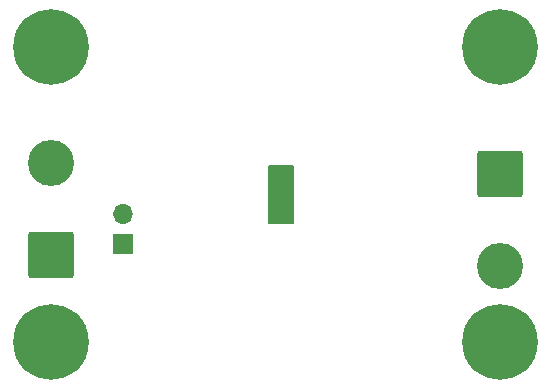
<source format=gbs>
%TF.GenerationSoftware,KiCad,Pcbnew,7.0.6*%
%TF.CreationDate,2023-07-17T23:29:13+02:00*%
%TF.ProjectId,bulb_driver,62756c62-5f64-4726-9976-65722e6b6963,rev?*%
%TF.SameCoordinates,Original*%
%TF.FileFunction,Soldermask,Bot*%
%TF.FilePolarity,Negative*%
%FSLAX46Y46*%
G04 Gerber Fmt 4.6, Leading zero omitted, Abs format (unit mm)*
G04 Created by KiCad (PCBNEW 7.0.6) date 2023-07-17 23:29:13*
%MOMM*%
%LPD*%
G01*
G04 APERTURE LIST*
G04 Aperture macros list*
%AMRoundRect*
0 Rectangle with rounded corners*
0 $1 Rounding radius*
0 $2 $3 $4 $5 $6 $7 $8 $9 X,Y pos of 4 corners*
0 Add a 4 corners polygon primitive as box body*
4,1,4,$2,$3,$4,$5,$6,$7,$8,$9,$2,$3,0*
0 Add four circle primitives for the rounded corners*
1,1,$1+$1,$2,$3*
1,1,$1+$1,$4,$5*
1,1,$1+$1,$6,$7*
1,1,$1+$1,$8,$9*
0 Add four rect primitives between the rounded corners*
20,1,$1+$1,$2,$3,$4,$5,0*
20,1,$1+$1,$4,$5,$6,$7,0*
20,1,$1+$1,$6,$7,$8,$9,0*
20,1,$1+$1,$8,$9,$2,$3,0*%
G04 Aperture macros list end*
%ADD10C,0.150000*%
%ADD11RoundRect,0.250002X-1.699998X1.699998X-1.699998X-1.699998X1.699998X-1.699998X1.699998X1.699998X0*%
%ADD12C,3.900000*%
%ADD13RoundRect,0.250002X1.699998X-1.699998X1.699998X1.699998X-1.699998X1.699998X-1.699998X-1.699998X0*%
%ADD14C,0.800000*%
%ADD15C,6.400000*%
%ADD16R,1.700000X1.700000*%
%ADD17O,1.700000X1.700000*%
G04 APERTURE END LIST*
D10*
X109000000Y-80100000D02*
X111000000Y-80100000D01*
X111000000Y-84900000D01*
X109000000Y-84900000D01*
X109000000Y-80100000D01*
G36*
X109000000Y-80100000D02*
G01*
X111000000Y-80100000D01*
X111000000Y-84900000D01*
X109000000Y-84900000D01*
X109000000Y-80100000D01*
G37*
D11*
%TO.C,J3*%
X128500000Y-80800000D03*
D12*
X128500000Y-88600000D03*
%TD*%
D13*
%TO.C,J1*%
X90500000Y-87650000D03*
D12*
X90500000Y-79850000D03*
%TD*%
D14*
%TO.C,H1*%
X126100000Y-95000000D03*
X126802944Y-93302944D03*
X126802944Y-96697056D03*
X128500000Y-92600000D03*
D15*
X128500000Y-95000000D03*
D14*
X128500000Y-97400000D03*
X130197056Y-93302944D03*
X130197056Y-96697056D03*
X130900000Y-95000000D03*
%TD*%
%TO.C,H2*%
X126100000Y-70000000D03*
X126802944Y-68302944D03*
X126802944Y-71697056D03*
X128500000Y-67600000D03*
D15*
X128500000Y-70000000D03*
D14*
X128500000Y-72400000D03*
X130197056Y-68302944D03*
X130197056Y-71697056D03*
X130900000Y-70000000D03*
%TD*%
%TO.C,H4*%
X88100000Y-70000000D03*
X88802944Y-68302944D03*
X88802944Y-71697056D03*
X90500000Y-67600000D03*
D15*
X90500000Y-70000000D03*
D14*
X90500000Y-72400000D03*
X92197056Y-68302944D03*
X92197056Y-71697056D03*
X92900000Y-70000000D03*
%TD*%
%TO.C,H3*%
X88100000Y-95000000D03*
X88802944Y-93302944D03*
X88802944Y-96697056D03*
X90500000Y-92600000D03*
D15*
X90500000Y-95000000D03*
D14*
X90500000Y-97400000D03*
X92197056Y-93302944D03*
X92197056Y-96697056D03*
X92900000Y-95000000D03*
%TD*%
D16*
%TO.C,J2*%
X96600000Y-86740000D03*
D17*
X96600000Y-84200000D03*
%TD*%
M02*

</source>
